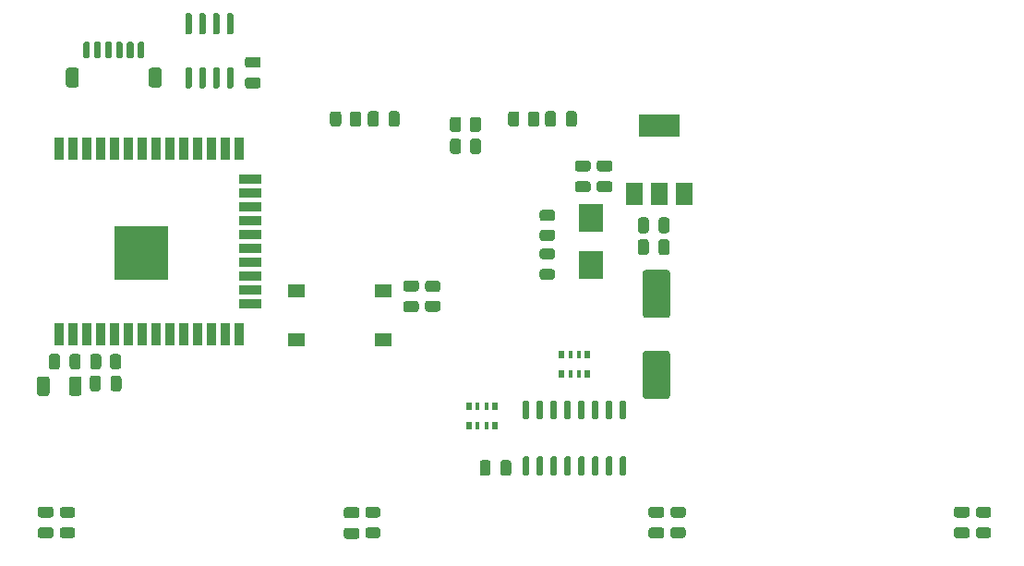
<source format=gbr>
G04 #@! TF.GenerationSoftware,KiCad,Pcbnew,(5.1.9)-1*
G04 #@! TF.CreationDate,2021-03-08T14:29:57+02:00*
G04 #@! TF.ProjectId,Voltlog ESP32 Relay Controller,566f6c74-6c6f-4672-9045-535033322052,rev?*
G04 #@! TF.SameCoordinates,Original*
G04 #@! TF.FileFunction,Paste,Top*
G04 #@! TF.FilePolarity,Positive*
%FSLAX46Y46*%
G04 Gerber Fmt 4.6, Leading zero omitted, Abs format (unit mm)*
G04 Created by KiCad (PCBNEW (5.1.9)-1) date 2021-03-08 14:29:57*
%MOMM*%
%LPD*%
G01*
G04 APERTURE LIST*
%ADD10R,0.500000X0.800000*%
%ADD11R,0.400000X0.800000*%
%ADD12R,1.500000X2.000000*%
%ADD13R,3.800000X2.000000*%
%ADD14R,0.900000X2.000000*%
%ADD15R,2.000000X0.900000*%
%ADD16R,5.000000X5.000000*%
%ADD17R,1.550000X1.300000*%
%ADD18R,2.300000X2.500000*%
G04 APERTURE END LIST*
G04 #@! TO.C,C1*
G36*
G01*
X52300000Y-93025000D02*
X52300000Y-93975000D01*
G75*
G02*
X52050000Y-94225000I-250000J0D01*
G01*
X51550000Y-94225000D01*
G75*
G02*
X51300000Y-93975000I0J250000D01*
G01*
X51300000Y-93025000D01*
G75*
G02*
X51550000Y-92775000I250000J0D01*
G01*
X52050000Y-92775000D01*
G75*
G02*
X52300000Y-93025000I0J-250000D01*
G01*
G37*
G36*
G01*
X54200000Y-93025000D02*
X54200000Y-93975000D01*
G75*
G02*
X53950000Y-94225000I-250000J0D01*
G01*
X53450000Y-94225000D01*
G75*
G02*
X53200000Y-93975000I0J250000D01*
G01*
X53200000Y-93025000D01*
G75*
G02*
X53450000Y-92775000I250000J0D01*
G01*
X53950000Y-92775000D01*
G75*
G02*
X54200000Y-93025000I0J-250000D01*
G01*
G37*
G04 #@! TD*
G04 #@! TO.C,U3*
G36*
G01*
X67755000Y-66500000D02*
X68055000Y-66500000D01*
G75*
G02*
X68205000Y-66650000I0J-150000D01*
G01*
X68205000Y-68300000D01*
G75*
G02*
X68055000Y-68450000I-150000J0D01*
G01*
X67755000Y-68450000D01*
G75*
G02*
X67605000Y-68300000I0J150000D01*
G01*
X67605000Y-66650000D01*
G75*
G02*
X67755000Y-66500000I150000J0D01*
G01*
G37*
G36*
G01*
X66485000Y-66500000D02*
X66785000Y-66500000D01*
G75*
G02*
X66935000Y-66650000I0J-150000D01*
G01*
X66935000Y-68300000D01*
G75*
G02*
X66785000Y-68450000I-150000J0D01*
G01*
X66485000Y-68450000D01*
G75*
G02*
X66335000Y-68300000I0J150000D01*
G01*
X66335000Y-66650000D01*
G75*
G02*
X66485000Y-66500000I150000J0D01*
G01*
G37*
G36*
G01*
X65215000Y-66500000D02*
X65515000Y-66500000D01*
G75*
G02*
X65665000Y-66650000I0J-150000D01*
G01*
X65665000Y-68300000D01*
G75*
G02*
X65515000Y-68450000I-150000J0D01*
G01*
X65215000Y-68450000D01*
G75*
G02*
X65065000Y-68300000I0J150000D01*
G01*
X65065000Y-66650000D01*
G75*
G02*
X65215000Y-66500000I150000J0D01*
G01*
G37*
G36*
G01*
X63945000Y-66500000D02*
X64245000Y-66500000D01*
G75*
G02*
X64395000Y-66650000I0J-150000D01*
G01*
X64395000Y-68300000D01*
G75*
G02*
X64245000Y-68450000I-150000J0D01*
G01*
X63945000Y-68450000D01*
G75*
G02*
X63795000Y-68300000I0J150000D01*
G01*
X63795000Y-66650000D01*
G75*
G02*
X63945000Y-66500000I150000J0D01*
G01*
G37*
G36*
G01*
X63945000Y-61550000D02*
X64245000Y-61550000D01*
G75*
G02*
X64395000Y-61700000I0J-150000D01*
G01*
X64395000Y-63350000D01*
G75*
G02*
X64245000Y-63500000I-150000J0D01*
G01*
X63945000Y-63500000D01*
G75*
G02*
X63795000Y-63350000I0J150000D01*
G01*
X63795000Y-61700000D01*
G75*
G02*
X63945000Y-61550000I150000J0D01*
G01*
G37*
G36*
G01*
X65215000Y-61550000D02*
X65515000Y-61550000D01*
G75*
G02*
X65665000Y-61700000I0J-150000D01*
G01*
X65665000Y-63350000D01*
G75*
G02*
X65515000Y-63500000I-150000J0D01*
G01*
X65215000Y-63500000D01*
G75*
G02*
X65065000Y-63350000I0J150000D01*
G01*
X65065000Y-61700000D01*
G75*
G02*
X65215000Y-61550000I150000J0D01*
G01*
G37*
G36*
G01*
X66485000Y-61550000D02*
X66785000Y-61550000D01*
G75*
G02*
X66935000Y-61700000I0J-150000D01*
G01*
X66935000Y-63350000D01*
G75*
G02*
X66785000Y-63500000I-150000J0D01*
G01*
X66485000Y-63500000D01*
G75*
G02*
X66335000Y-63350000I0J150000D01*
G01*
X66335000Y-61700000D01*
G75*
G02*
X66485000Y-61550000I150000J0D01*
G01*
G37*
G36*
G01*
X67755000Y-61550000D02*
X68055000Y-61550000D01*
G75*
G02*
X68205000Y-61700000I0J-150000D01*
G01*
X68205000Y-63350000D01*
G75*
G02*
X68055000Y-63500000I-150000J0D01*
G01*
X67755000Y-63500000D01*
G75*
G02*
X67605000Y-63350000I0J150000D01*
G01*
X67605000Y-61700000D01*
G75*
G02*
X67755000Y-61550000I150000J0D01*
G01*
G37*
G04 #@! TD*
G04 #@! TO.C,C17*
G36*
G01*
X70475000Y-66550000D02*
X69525000Y-66550000D01*
G75*
G02*
X69275000Y-66300000I0J250000D01*
G01*
X69275000Y-65800000D01*
G75*
G02*
X69525000Y-65550000I250000J0D01*
G01*
X70475000Y-65550000D01*
G75*
G02*
X70725000Y-65800000I0J-250000D01*
G01*
X70725000Y-66300000D01*
G75*
G02*
X70475000Y-66550000I-250000J0D01*
G01*
G37*
G36*
G01*
X70475000Y-68450000D02*
X69525000Y-68450000D01*
G75*
G02*
X69275000Y-68200000I0J250000D01*
G01*
X69275000Y-67700000D01*
G75*
G02*
X69525000Y-67450000I250000J0D01*
G01*
X70475000Y-67450000D01*
G75*
G02*
X70725000Y-67700000I0J-250000D01*
G01*
X70725000Y-68200000D01*
G75*
G02*
X70475000Y-68450000I-250000J0D01*
G01*
G37*
G04 #@! TD*
D10*
G04 #@! TO.C,RN3*
X92200000Y-97600000D03*
D11*
X91400000Y-97600000D03*
D10*
X89800000Y-97600000D03*
D11*
X90600000Y-97600000D03*
D10*
X92200000Y-99400000D03*
D11*
X90600000Y-99400000D03*
X91400000Y-99400000D03*
D10*
X89800000Y-99400000D03*
G04 #@! TD*
G04 #@! TO.C,RN1*
X98300000Y-94650000D03*
D11*
X99100000Y-94650000D03*
D10*
X100700000Y-94650000D03*
D11*
X99900000Y-94650000D03*
D10*
X98300000Y-92850000D03*
D11*
X99900000Y-92850000D03*
X99100000Y-92850000D03*
D10*
X100700000Y-92850000D03*
G04 #@! TD*
G04 #@! TO.C,U4*
G36*
G01*
X103795000Y-102200000D02*
X104095000Y-102200000D01*
G75*
G02*
X104245000Y-102350000I0J-150000D01*
G01*
X104245000Y-103800000D01*
G75*
G02*
X104095000Y-103950000I-150000J0D01*
G01*
X103795000Y-103950000D01*
G75*
G02*
X103645000Y-103800000I0J150000D01*
G01*
X103645000Y-102350000D01*
G75*
G02*
X103795000Y-102200000I150000J0D01*
G01*
G37*
G36*
G01*
X102525000Y-102200000D02*
X102825000Y-102200000D01*
G75*
G02*
X102975000Y-102350000I0J-150000D01*
G01*
X102975000Y-103800000D01*
G75*
G02*
X102825000Y-103950000I-150000J0D01*
G01*
X102525000Y-103950000D01*
G75*
G02*
X102375000Y-103800000I0J150000D01*
G01*
X102375000Y-102350000D01*
G75*
G02*
X102525000Y-102200000I150000J0D01*
G01*
G37*
G36*
G01*
X101255000Y-102200000D02*
X101555000Y-102200000D01*
G75*
G02*
X101705000Y-102350000I0J-150000D01*
G01*
X101705000Y-103800000D01*
G75*
G02*
X101555000Y-103950000I-150000J0D01*
G01*
X101255000Y-103950000D01*
G75*
G02*
X101105000Y-103800000I0J150000D01*
G01*
X101105000Y-102350000D01*
G75*
G02*
X101255000Y-102200000I150000J0D01*
G01*
G37*
G36*
G01*
X99985000Y-102200000D02*
X100285000Y-102200000D01*
G75*
G02*
X100435000Y-102350000I0J-150000D01*
G01*
X100435000Y-103800000D01*
G75*
G02*
X100285000Y-103950000I-150000J0D01*
G01*
X99985000Y-103950000D01*
G75*
G02*
X99835000Y-103800000I0J150000D01*
G01*
X99835000Y-102350000D01*
G75*
G02*
X99985000Y-102200000I150000J0D01*
G01*
G37*
G36*
G01*
X98715000Y-102200000D02*
X99015000Y-102200000D01*
G75*
G02*
X99165000Y-102350000I0J-150000D01*
G01*
X99165000Y-103800000D01*
G75*
G02*
X99015000Y-103950000I-150000J0D01*
G01*
X98715000Y-103950000D01*
G75*
G02*
X98565000Y-103800000I0J150000D01*
G01*
X98565000Y-102350000D01*
G75*
G02*
X98715000Y-102200000I150000J0D01*
G01*
G37*
G36*
G01*
X97445000Y-102200000D02*
X97745000Y-102200000D01*
G75*
G02*
X97895000Y-102350000I0J-150000D01*
G01*
X97895000Y-103800000D01*
G75*
G02*
X97745000Y-103950000I-150000J0D01*
G01*
X97445000Y-103950000D01*
G75*
G02*
X97295000Y-103800000I0J150000D01*
G01*
X97295000Y-102350000D01*
G75*
G02*
X97445000Y-102200000I150000J0D01*
G01*
G37*
G36*
G01*
X96175000Y-102200000D02*
X96475000Y-102200000D01*
G75*
G02*
X96625000Y-102350000I0J-150000D01*
G01*
X96625000Y-103800000D01*
G75*
G02*
X96475000Y-103950000I-150000J0D01*
G01*
X96175000Y-103950000D01*
G75*
G02*
X96025000Y-103800000I0J150000D01*
G01*
X96025000Y-102350000D01*
G75*
G02*
X96175000Y-102200000I150000J0D01*
G01*
G37*
G36*
G01*
X94905000Y-102200000D02*
X95205000Y-102200000D01*
G75*
G02*
X95355000Y-102350000I0J-150000D01*
G01*
X95355000Y-103800000D01*
G75*
G02*
X95205000Y-103950000I-150000J0D01*
G01*
X94905000Y-103950000D01*
G75*
G02*
X94755000Y-103800000I0J150000D01*
G01*
X94755000Y-102350000D01*
G75*
G02*
X94905000Y-102200000I150000J0D01*
G01*
G37*
G36*
G01*
X94905000Y-97050000D02*
X95205000Y-97050000D01*
G75*
G02*
X95355000Y-97200000I0J-150000D01*
G01*
X95355000Y-98650000D01*
G75*
G02*
X95205000Y-98800000I-150000J0D01*
G01*
X94905000Y-98800000D01*
G75*
G02*
X94755000Y-98650000I0J150000D01*
G01*
X94755000Y-97200000D01*
G75*
G02*
X94905000Y-97050000I150000J0D01*
G01*
G37*
G36*
G01*
X96175000Y-97050000D02*
X96475000Y-97050000D01*
G75*
G02*
X96625000Y-97200000I0J-150000D01*
G01*
X96625000Y-98650000D01*
G75*
G02*
X96475000Y-98800000I-150000J0D01*
G01*
X96175000Y-98800000D01*
G75*
G02*
X96025000Y-98650000I0J150000D01*
G01*
X96025000Y-97200000D01*
G75*
G02*
X96175000Y-97050000I150000J0D01*
G01*
G37*
G36*
G01*
X97445000Y-97050000D02*
X97745000Y-97050000D01*
G75*
G02*
X97895000Y-97200000I0J-150000D01*
G01*
X97895000Y-98650000D01*
G75*
G02*
X97745000Y-98800000I-150000J0D01*
G01*
X97445000Y-98800000D01*
G75*
G02*
X97295000Y-98650000I0J150000D01*
G01*
X97295000Y-97200000D01*
G75*
G02*
X97445000Y-97050000I150000J0D01*
G01*
G37*
G36*
G01*
X98715000Y-97050000D02*
X99015000Y-97050000D01*
G75*
G02*
X99165000Y-97200000I0J-150000D01*
G01*
X99165000Y-98650000D01*
G75*
G02*
X99015000Y-98800000I-150000J0D01*
G01*
X98715000Y-98800000D01*
G75*
G02*
X98565000Y-98650000I0J150000D01*
G01*
X98565000Y-97200000D01*
G75*
G02*
X98715000Y-97050000I150000J0D01*
G01*
G37*
G36*
G01*
X99985000Y-97050000D02*
X100285000Y-97050000D01*
G75*
G02*
X100435000Y-97200000I0J-150000D01*
G01*
X100435000Y-98650000D01*
G75*
G02*
X100285000Y-98800000I-150000J0D01*
G01*
X99985000Y-98800000D01*
G75*
G02*
X99835000Y-98650000I0J150000D01*
G01*
X99835000Y-97200000D01*
G75*
G02*
X99985000Y-97050000I150000J0D01*
G01*
G37*
G36*
G01*
X101255000Y-97050000D02*
X101555000Y-97050000D01*
G75*
G02*
X101705000Y-97200000I0J-150000D01*
G01*
X101705000Y-98650000D01*
G75*
G02*
X101555000Y-98800000I-150000J0D01*
G01*
X101255000Y-98800000D01*
G75*
G02*
X101105000Y-98650000I0J150000D01*
G01*
X101105000Y-97200000D01*
G75*
G02*
X101255000Y-97050000I150000J0D01*
G01*
G37*
G36*
G01*
X102525000Y-97050000D02*
X102825000Y-97050000D01*
G75*
G02*
X102975000Y-97200000I0J-150000D01*
G01*
X102975000Y-98650000D01*
G75*
G02*
X102825000Y-98800000I-150000J0D01*
G01*
X102525000Y-98800000D01*
G75*
G02*
X102375000Y-98650000I0J150000D01*
G01*
X102375000Y-97200000D01*
G75*
G02*
X102525000Y-97050000I150000J0D01*
G01*
G37*
G36*
G01*
X103795000Y-97050000D02*
X104095000Y-97050000D01*
G75*
G02*
X104245000Y-97200000I0J-150000D01*
G01*
X104245000Y-98650000D01*
G75*
G02*
X104095000Y-98800000I-150000J0D01*
G01*
X103795000Y-98800000D01*
G75*
G02*
X103645000Y-98650000I0J150000D01*
G01*
X103645000Y-97200000D01*
G75*
G02*
X103795000Y-97050000I150000J0D01*
G01*
G37*
G04 #@! TD*
D12*
G04 #@! TO.C,U2*
X104950000Y-78150000D03*
X109550000Y-78150000D03*
X107250000Y-78150000D03*
D13*
X107250000Y-71850000D03*
G04 #@! TD*
D14*
G04 #@! TO.C,U1*
X52245000Y-74000000D03*
X53515000Y-74000000D03*
X54785000Y-74000000D03*
X56055000Y-74000000D03*
X57325000Y-74000000D03*
X58595000Y-74000000D03*
X59865000Y-74000000D03*
X61135000Y-74000000D03*
X62405000Y-74000000D03*
X63675000Y-74000000D03*
X64945000Y-74000000D03*
X66215000Y-74000000D03*
X67485000Y-74000000D03*
X68755000Y-74000000D03*
D15*
X69755000Y-76785000D03*
X69755000Y-78055000D03*
X69755000Y-79325000D03*
X69755000Y-80595000D03*
X69755000Y-81865000D03*
X69755000Y-83135000D03*
X69755000Y-84405000D03*
X69755000Y-85675000D03*
X69755000Y-86945000D03*
X69755000Y-88215000D03*
D14*
X68755000Y-91000000D03*
X67485000Y-91000000D03*
X66215000Y-91000000D03*
X64945000Y-91000000D03*
X63675000Y-91000000D03*
X62405000Y-91000000D03*
X61135000Y-91000000D03*
X59865000Y-91000000D03*
X58595000Y-91000000D03*
X57325000Y-91000000D03*
X56055000Y-91000000D03*
X54785000Y-91000000D03*
X53515000Y-91000000D03*
X52245000Y-91000000D03*
D16*
X59745000Y-83500000D03*
G04 #@! TD*
D17*
G04 #@! TO.C,SW1*
X74020000Y-87000000D03*
X74020000Y-91500000D03*
X81980000Y-91500000D03*
X81980000Y-87000000D03*
G04 #@! TD*
G04 #@! TO.C,R7*
G36*
G01*
X97450001Y-80600000D02*
X96549999Y-80600000D01*
G75*
G02*
X96300000Y-80350001I0J249999D01*
G01*
X96300000Y-79824999D01*
G75*
G02*
X96549999Y-79575000I249999J0D01*
G01*
X97450001Y-79575000D01*
G75*
G02*
X97700000Y-79824999I0J-249999D01*
G01*
X97700000Y-80350001D01*
G75*
G02*
X97450001Y-80600000I-249999J0D01*
G01*
G37*
G36*
G01*
X97450001Y-82425000D02*
X96549999Y-82425000D01*
G75*
G02*
X96300000Y-82175001I0J249999D01*
G01*
X96300000Y-81649999D01*
G75*
G02*
X96549999Y-81400000I249999J0D01*
G01*
X97450001Y-81400000D01*
G75*
G02*
X97700000Y-81649999I0J-249999D01*
G01*
X97700000Y-82175001D01*
G75*
G02*
X97450001Y-82425000I-249999J0D01*
G01*
G37*
G04 #@! TD*
G04 #@! TO.C,R6*
G36*
G01*
X86049999Y-87900000D02*
X86950001Y-87900000D01*
G75*
G02*
X87200000Y-88149999I0J-249999D01*
G01*
X87200000Y-88675001D01*
G75*
G02*
X86950001Y-88925000I-249999J0D01*
G01*
X86049999Y-88925000D01*
G75*
G02*
X85800000Y-88675001I0J249999D01*
G01*
X85800000Y-88149999D01*
G75*
G02*
X86049999Y-87900000I249999J0D01*
G01*
G37*
G36*
G01*
X86049999Y-86075000D02*
X86950001Y-86075000D01*
G75*
G02*
X87200000Y-86324999I0J-249999D01*
G01*
X87200000Y-86850001D01*
G75*
G02*
X86950001Y-87100000I-249999J0D01*
G01*
X86049999Y-87100000D01*
G75*
G02*
X85800000Y-86850001I0J249999D01*
G01*
X85800000Y-86324999D01*
G75*
G02*
X86049999Y-86075000I249999J0D01*
G01*
G37*
G04 #@! TD*
G04 #@! TO.C,R5*
G36*
G01*
X78100000Y-70799999D02*
X78100000Y-71700001D01*
G75*
G02*
X77850001Y-71950000I-249999J0D01*
G01*
X77324999Y-71950000D01*
G75*
G02*
X77075000Y-71700001I0J249999D01*
G01*
X77075000Y-70799999D01*
G75*
G02*
X77324999Y-70550000I249999J0D01*
G01*
X77850001Y-70550000D01*
G75*
G02*
X78100000Y-70799999I0J-249999D01*
G01*
G37*
G36*
G01*
X79925000Y-70799999D02*
X79925000Y-71700001D01*
G75*
G02*
X79675001Y-71950000I-249999J0D01*
G01*
X79149999Y-71950000D01*
G75*
G02*
X78900000Y-71700001I0J249999D01*
G01*
X78900000Y-70799999D01*
G75*
G02*
X79149999Y-70550000I249999J0D01*
G01*
X79675001Y-70550000D01*
G75*
G02*
X79925000Y-70799999I0J-249999D01*
G01*
G37*
G04 #@! TD*
G04 #@! TO.C,R4*
G36*
G01*
X94437500Y-70799999D02*
X94437500Y-71700001D01*
G75*
G02*
X94187501Y-71950000I-249999J0D01*
G01*
X93662499Y-71950000D01*
G75*
G02*
X93412500Y-71700001I0J249999D01*
G01*
X93412500Y-70799999D01*
G75*
G02*
X93662499Y-70550000I249999J0D01*
G01*
X94187501Y-70550000D01*
G75*
G02*
X94437500Y-70799999I0J-249999D01*
G01*
G37*
G36*
G01*
X96262500Y-70800100D02*
X96262500Y-71699900D01*
G75*
G02*
X96012400Y-71950000I-250100J0D01*
G01*
X95487600Y-71950000D01*
G75*
G02*
X95237500Y-71699900I0J250100D01*
G01*
X95237500Y-70800100D01*
G75*
G02*
X95487600Y-70550000I250100J0D01*
G01*
X96012400Y-70550000D01*
G75*
G02*
X96262500Y-70800100I0J-250100D01*
G01*
G37*
G04 #@! TD*
G04 #@! TO.C,R3*
G36*
G01*
X89100000Y-73299999D02*
X89100000Y-74200001D01*
G75*
G02*
X88850001Y-74450000I-249999J0D01*
G01*
X88324999Y-74450000D01*
G75*
G02*
X88075000Y-74200001I0J249999D01*
G01*
X88075000Y-73299999D01*
G75*
G02*
X88324999Y-73050000I249999J0D01*
G01*
X88850001Y-73050000D01*
G75*
G02*
X89100000Y-73299999I0J-249999D01*
G01*
G37*
G36*
G01*
X90925000Y-73299999D02*
X90925000Y-74200001D01*
G75*
G02*
X90675001Y-74450000I-249999J0D01*
G01*
X90149999Y-74450000D01*
G75*
G02*
X89900000Y-74200001I0J249999D01*
G01*
X89900000Y-73299999D01*
G75*
G02*
X90149999Y-73050000I249999J0D01*
G01*
X90675001Y-73050000D01*
G75*
G02*
X90925000Y-73299999I0J-249999D01*
G01*
G37*
G04 #@! TD*
G04 #@! TO.C,R2*
G36*
G01*
X89100000Y-71299999D02*
X89100000Y-72200001D01*
G75*
G02*
X88850001Y-72450000I-249999J0D01*
G01*
X88324999Y-72450000D01*
G75*
G02*
X88075000Y-72200001I0J249999D01*
G01*
X88075000Y-71299999D01*
G75*
G02*
X88324999Y-71050000I249999J0D01*
G01*
X88850001Y-71050000D01*
G75*
G02*
X89100000Y-71299999I0J-249999D01*
G01*
G37*
G36*
G01*
X90925000Y-71299999D02*
X90925000Y-72200001D01*
G75*
G02*
X90675001Y-72450000I-249999J0D01*
G01*
X90149999Y-72450000D01*
G75*
G02*
X89900000Y-72200001I0J249999D01*
G01*
X89900000Y-71299999D01*
G75*
G02*
X90149999Y-71050000I249999J0D01*
G01*
X90675001Y-71050000D01*
G75*
G02*
X90925000Y-71299999I0J-249999D01*
G01*
G37*
G04 #@! TD*
G04 #@! TO.C,R1*
G36*
G01*
X56100000Y-93049999D02*
X56100000Y-93950001D01*
G75*
G02*
X55850001Y-94200000I-249999J0D01*
G01*
X55324999Y-94200000D01*
G75*
G02*
X55075000Y-93950001I0J249999D01*
G01*
X55075000Y-93049999D01*
G75*
G02*
X55324999Y-92800000I249999J0D01*
G01*
X55850001Y-92800000D01*
G75*
G02*
X56100000Y-93049999I0J-249999D01*
G01*
G37*
G36*
G01*
X57925000Y-93049999D02*
X57925000Y-93950001D01*
G75*
G02*
X57675001Y-94200000I-249999J0D01*
G01*
X57149999Y-94200000D01*
G75*
G02*
X56900000Y-93950001I0J249999D01*
G01*
X56900000Y-93049999D01*
G75*
G02*
X57149999Y-92800000I249999J0D01*
G01*
X57675001Y-92800000D01*
G75*
G02*
X57925000Y-93049999I0J-249999D01*
G01*
G37*
G04 #@! TD*
G04 #@! TO.C,J5*
G36*
G01*
X54050000Y-66799999D02*
X54050000Y-68100001D01*
G75*
G02*
X53800001Y-68350000I-249999J0D01*
G01*
X53099999Y-68350000D01*
G75*
G02*
X52850000Y-68100001I0J249999D01*
G01*
X52850000Y-66799999D01*
G75*
G02*
X53099999Y-66550000I249999J0D01*
G01*
X53800001Y-66550000D01*
G75*
G02*
X54050000Y-66799999I0J-249999D01*
G01*
G37*
G36*
G01*
X61650000Y-66799999D02*
X61650000Y-68100001D01*
G75*
G02*
X61400001Y-68350000I-249999J0D01*
G01*
X60699999Y-68350000D01*
G75*
G02*
X60450000Y-68100001I0J249999D01*
G01*
X60450000Y-66799999D01*
G75*
G02*
X60699999Y-66550000I249999J0D01*
G01*
X61400001Y-66550000D01*
G75*
G02*
X61650000Y-66799999I0J-249999D01*
G01*
G37*
G36*
G01*
X55050000Y-64300000D02*
X55050000Y-65550000D01*
G75*
G02*
X54900000Y-65700000I-150000J0D01*
G01*
X54600000Y-65700000D01*
G75*
G02*
X54450000Y-65550000I0J150000D01*
G01*
X54450000Y-64300000D01*
G75*
G02*
X54600000Y-64150000I150000J0D01*
G01*
X54900000Y-64150000D01*
G75*
G02*
X55050000Y-64300000I0J-150000D01*
G01*
G37*
G36*
G01*
X56050000Y-64300000D02*
X56050000Y-65550000D01*
G75*
G02*
X55900000Y-65700000I-150000J0D01*
G01*
X55600000Y-65700000D01*
G75*
G02*
X55450000Y-65550000I0J150000D01*
G01*
X55450000Y-64300000D01*
G75*
G02*
X55600000Y-64150000I150000J0D01*
G01*
X55900000Y-64150000D01*
G75*
G02*
X56050000Y-64300000I0J-150000D01*
G01*
G37*
G36*
G01*
X57050000Y-64300000D02*
X57050000Y-65550000D01*
G75*
G02*
X56900000Y-65700000I-150000J0D01*
G01*
X56600000Y-65700000D01*
G75*
G02*
X56450000Y-65550000I0J150000D01*
G01*
X56450000Y-64300000D01*
G75*
G02*
X56600000Y-64150000I150000J0D01*
G01*
X56900000Y-64150000D01*
G75*
G02*
X57050000Y-64300000I0J-150000D01*
G01*
G37*
G36*
G01*
X58050000Y-64300000D02*
X58050000Y-65550000D01*
G75*
G02*
X57900000Y-65700000I-150000J0D01*
G01*
X57600000Y-65700000D01*
G75*
G02*
X57450000Y-65550000I0J150000D01*
G01*
X57450000Y-64300000D01*
G75*
G02*
X57600000Y-64150000I150000J0D01*
G01*
X57900000Y-64150000D01*
G75*
G02*
X58050000Y-64300000I0J-150000D01*
G01*
G37*
G36*
G01*
X59050000Y-64300000D02*
X59050000Y-65550000D01*
G75*
G02*
X58900000Y-65700000I-150000J0D01*
G01*
X58600000Y-65700000D01*
G75*
G02*
X58450000Y-65550000I0J150000D01*
G01*
X58450000Y-64300000D01*
G75*
G02*
X58600000Y-64150000I150000J0D01*
G01*
X58900000Y-64150000D01*
G75*
G02*
X59050000Y-64300000I0J-150000D01*
G01*
G37*
G36*
G01*
X60050000Y-64300000D02*
X60050000Y-65550000D01*
G75*
G02*
X59900000Y-65700000I-150000J0D01*
G01*
X59600000Y-65700000D01*
G75*
G02*
X59450000Y-65550000I0J150000D01*
G01*
X59450000Y-64300000D01*
G75*
G02*
X59600000Y-64150000I150000J0D01*
G01*
X59900000Y-64150000D01*
G75*
G02*
X60050000Y-64300000I0J-150000D01*
G01*
G37*
G04 #@! TD*
G04 #@! TO.C,D6*
G36*
G01*
X52543750Y-108700000D02*
X53456250Y-108700000D01*
G75*
G02*
X53700000Y-108943750I0J-243750D01*
G01*
X53700000Y-109431250D01*
G75*
G02*
X53456250Y-109675000I-243750J0D01*
G01*
X52543750Y-109675000D01*
G75*
G02*
X52300000Y-109431250I0J243750D01*
G01*
X52300000Y-108943750D01*
G75*
G02*
X52543750Y-108700000I243750J0D01*
G01*
G37*
G36*
G01*
X52543750Y-106825000D02*
X53456250Y-106825000D01*
G75*
G02*
X53700000Y-107068750I0J-243750D01*
G01*
X53700000Y-107556250D01*
G75*
G02*
X53456250Y-107800000I-243750J0D01*
G01*
X52543750Y-107800000D01*
G75*
G02*
X52300000Y-107556250I0J243750D01*
G01*
X52300000Y-107068750D01*
G75*
G02*
X52543750Y-106825000I243750J0D01*
G01*
G37*
G04 #@! TD*
G04 #@! TO.C,D5*
G36*
G01*
X80543750Y-108700000D02*
X81456250Y-108700000D01*
G75*
G02*
X81700000Y-108943750I0J-243750D01*
G01*
X81700000Y-109431250D01*
G75*
G02*
X81456250Y-109675000I-243750J0D01*
G01*
X80543750Y-109675000D01*
G75*
G02*
X80300000Y-109431250I0J243750D01*
G01*
X80300000Y-108943750D01*
G75*
G02*
X80543750Y-108700000I243750J0D01*
G01*
G37*
G36*
G01*
X80543750Y-106825000D02*
X81456250Y-106825000D01*
G75*
G02*
X81700000Y-107068750I0J-243750D01*
G01*
X81700000Y-107556250D01*
G75*
G02*
X81456250Y-107800000I-243750J0D01*
G01*
X80543750Y-107800000D01*
G75*
G02*
X80300000Y-107556250I0J243750D01*
G01*
X80300000Y-107068750D01*
G75*
G02*
X80543750Y-106825000I243750J0D01*
G01*
G37*
G04 #@! TD*
G04 #@! TO.C,D4*
G36*
G01*
X108543750Y-108700000D02*
X109456250Y-108700000D01*
G75*
G02*
X109700000Y-108943750I0J-243750D01*
G01*
X109700000Y-109431250D01*
G75*
G02*
X109456250Y-109675000I-243750J0D01*
G01*
X108543750Y-109675000D01*
G75*
G02*
X108300000Y-109431250I0J243750D01*
G01*
X108300000Y-108943750D01*
G75*
G02*
X108543750Y-108700000I243750J0D01*
G01*
G37*
G36*
G01*
X108543750Y-106825000D02*
X109456250Y-106825000D01*
G75*
G02*
X109700000Y-107068750I0J-243750D01*
G01*
X109700000Y-107556250D01*
G75*
G02*
X109456250Y-107800000I-243750J0D01*
G01*
X108543750Y-107800000D01*
G75*
G02*
X108300000Y-107556250I0J243750D01*
G01*
X108300000Y-107068750D01*
G75*
G02*
X108543750Y-106825000I243750J0D01*
G01*
G37*
G04 #@! TD*
G04 #@! TO.C,D3*
G36*
G01*
X136543750Y-108700000D02*
X137456250Y-108700000D01*
G75*
G02*
X137700000Y-108943750I0J-243750D01*
G01*
X137700000Y-109431250D01*
G75*
G02*
X137456250Y-109675000I-243750J0D01*
G01*
X136543750Y-109675000D01*
G75*
G02*
X136300000Y-109431250I0J243750D01*
G01*
X136300000Y-108943750D01*
G75*
G02*
X136543750Y-108700000I243750J0D01*
G01*
G37*
G36*
G01*
X136543750Y-106825000D02*
X137456250Y-106825000D01*
G75*
G02*
X137700000Y-107068750I0J-243750D01*
G01*
X137700000Y-107556250D01*
G75*
G02*
X137456250Y-107800000I-243750J0D01*
G01*
X136543750Y-107800000D01*
G75*
G02*
X136300000Y-107556250I0J243750D01*
G01*
X136300000Y-107068750D01*
G75*
G02*
X136543750Y-106825000I243750J0D01*
G01*
G37*
G04 #@! TD*
G04 #@! TO.C,D2*
G36*
G01*
X96543750Y-85012500D02*
X97456250Y-85012500D01*
G75*
G02*
X97700000Y-85256250I0J-243750D01*
G01*
X97700000Y-85743750D01*
G75*
G02*
X97456250Y-85987500I-243750J0D01*
G01*
X96543750Y-85987500D01*
G75*
G02*
X96300000Y-85743750I0J243750D01*
G01*
X96300000Y-85256250D01*
G75*
G02*
X96543750Y-85012500I243750J0D01*
G01*
G37*
G36*
G01*
X96543750Y-83137500D02*
X97456250Y-83137500D01*
G75*
G02*
X97700000Y-83381250I0J-243750D01*
G01*
X97700000Y-83868750D01*
G75*
G02*
X97456250Y-84112500I-243750J0D01*
G01*
X96543750Y-84112500D01*
G75*
G02*
X96300000Y-83868750I0J243750D01*
G01*
X96300000Y-83381250D01*
G75*
G02*
X96543750Y-83137500I243750J0D01*
G01*
G37*
G04 #@! TD*
D18*
G04 #@! TO.C,D1*
X101000000Y-80350000D03*
X101000000Y-84650000D03*
G04 #@! TD*
G04 #@! TO.C,C16*
G36*
G01*
X50525000Y-108700000D02*
X51475000Y-108700000D01*
G75*
G02*
X51725000Y-108950000I0J-250000D01*
G01*
X51725000Y-109450000D01*
G75*
G02*
X51475000Y-109700000I-250000J0D01*
G01*
X50525000Y-109700000D01*
G75*
G02*
X50275000Y-109450000I0J250000D01*
G01*
X50275000Y-108950000D01*
G75*
G02*
X50525000Y-108700000I250000J0D01*
G01*
G37*
G36*
G01*
X50525000Y-106800000D02*
X51475000Y-106800000D01*
G75*
G02*
X51725000Y-107050000I0J-250000D01*
G01*
X51725000Y-107550000D01*
G75*
G02*
X51475000Y-107800000I-250000J0D01*
G01*
X50525000Y-107800000D01*
G75*
G02*
X50275000Y-107550000I0J250000D01*
G01*
X50275000Y-107050000D01*
G75*
G02*
X50525000Y-106800000I250000J0D01*
G01*
G37*
G04 #@! TD*
G04 #@! TO.C,C15*
G36*
G01*
X78575000Y-108750000D02*
X79525000Y-108750000D01*
G75*
G02*
X79775000Y-109000000I0J-250000D01*
G01*
X79775000Y-109500000D01*
G75*
G02*
X79525000Y-109750000I-250000J0D01*
G01*
X78575000Y-109750000D01*
G75*
G02*
X78325000Y-109500000I0J250000D01*
G01*
X78325000Y-109000000D01*
G75*
G02*
X78575000Y-108750000I250000J0D01*
G01*
G37*
G36*
G01*
X78575000Y-106850000D02*
X79525000Y-106850000D01*
G75*
G02*
X79775000Y-107100000I0J-250000D01*
G01*
X79775000Y-107600000D01*
G75*
G02*
X79525000Y-107850000I-250000J0D01*
G01*
X78575000Y-107850000D01*
G75*
G02*
X78325000Y-107600000I0J250000D01*
G01*
X78325000Y-107100000D01*
G75*
G02*
X78575000Y-106850000I250000J0D01*
G01*
G37*
G04 #@! TD*
G04 #@! TO.C,C14*
G36*
G01*
X106525000Y-108700000D02*
X107475000Y-108700000D01*
G75*
G02*
X107725000Y-108950000I0J-250000D01*
G01*
X107725000Y-109450000D01*
G75*
G02*
X107475000Y-109700000I-250000J0D01*
G01*
X106525000Y-109700000D01*
G75*
G02*
X106275000Y-109450000I0J250000D01*
G01*
X106275000Y-108950000D01*
G75*
G02*
X106525000Y-108700000I250000J0D01*
G01*
G37*
G36*
G01*
X106525000Y-106800000D02*
X107475000Y-106800000D01*
G75*
G02*
X107725000Y-107050000I0J-250000D01*
G01*
X107725000Y-107550000D01*
G75*
G02*
X107475000Y-107800000I-250000J0D01*
G01*
X106525000Y-107800000D01*
G75*
G02*
X106275000Y-107550000I0J250000D01*
G01*
X106275000Y-107050000D01*
G75*
G02*
X106525000Y-106800000I250000J0D01*
G01*
G37*
G04 #@! TD*
G04 #@! TO.C,C13*
G36*
G01*
X134525000Y-108700000D02*
X135475000Y-108700000D01*
G75*
G02*
X135725000Y-108950000I0J-250000D01*
G01*
X135725000Y-109450000D01*
G75*
G02*
X135475000Y-109700000I-250000J0D01*
G01*
X134525000Y-109700000D01*
G75*
G02*
X134275000Y-109450000I0J250000D01*
G01*
X134275000Y-108950000D01*
G75*
G02*
X134525000Y-108700000I250000J0D01*
G01*
G37*
G36*
G01*
X134525000Y-106800000D02*
X135475000Y-106800000D01*
G75*
G02*
X135725000Y-107050000I0J-250000D01*
G01*
X135725000Y-107550000D01*
G75*
G02*
X135475000Y-107800000I-250000J0D01*
G01*
X134525000Y-107800000D01*
G75*
G02*
X134275000Y-107550000I0J250000D01*
G01*
X134275000Y-107050000D01*
G75*
G02*
X134525000Y-106800000I250000J0D01*
G01*
G37*
G04 #@! TD*
G04 #@! TO.C,C12*
G36*
G01*
X91800000Y-102775000D02*
X91800000Y-103725000D01*
G75*
G02*
X91550000Y-103975000I-250000J0D01*
G01*
X91050000Y-103975000D01*
G75*
G02*
X90800000Y-103725000I0J250000D01*
G01*
X90800000Y-102775000D01*
G75*
G02*
X91050000Y-102525000I250000J0D01*
G01*
X91550000Y-102525000D01*
G75*
G02*
X91800000Y-102775000I0J-250000D01*
G01*
G37*
G36*
G01*
X93700000Y-102775000D02*
X93700000Y-103725000D01*
G75*
G02*
X93450000Y-103975000I-250000J0D01*
G01*
X92950000Y-103975000D01*
G75*
G02*
X92700000Y-103725000I0J250000D01*
G01*
X92700000Y-102775000D01*
G75*
G02*
X92950000Y-102525000I250000J0D01*
G01*
X93450000Y-102525000D01*
G75*
G02*
X93700000Y-102775000I0J-250000D01*
G01*
G37*
G04 #@! TD*
G04 #@! TO.C,C11*
G36*
G01*
X99775000Y-76950000D02*
X100725000Y-76950000D01*
G75*
G02*
X100975000Y-77200000I0J-250000D01*
G01*
X100975000Y-77700000D01*
G75*
G02*
X100725000Y-77950000I-250000J0D01*
G01*
X99775000Y-77950000D01*
G75*
G02*
X99525000Y-77700000I0J250000D01*
G01*
X99525000Y-77200000D01*
G75*
G02*
X99775000Y-76950000I250000J0D01*
G01*
G37*
G36*
G01*
X99775000Y-75050000D02*
X100725000Y-75050000D01*
G75*
G02*
X100975000Y-75300000I0J-250000D01*
G01*
X100975000Y-75800000D01*
G75*
G02*
X100725000Y-76050000I-250000J0D01*
G01*
X99775000Y-76050000D01*
G75*
G02*
X99525000Y-75800000I0J250000D01*
G01*
X99525000Y-75300000D01*
G75*
G02*
X99775000Y-75050000I250000J0D01*
G01*
G37*
G04 #@! TD*
G04 #@! TO.C,C10*
G36*
G01*
X84975000Y-87050000D02*
X84025000Y-87050000D01*
G75*
G02*
X83775000Y-86800000I0J250000D01*
G01*
X83775000Y-86300000D01*
G75*
G02*
X84025000Y-86050000I250000J0D01*
G01*
X84975000Y-86050000D01*
G75*
G02*
X85225000Y-86300000I0J-250000D01*
G01*
X85225000Y-86800000D01*
G75*
G02*
X84975000Y-87050000I-250000J0D01*
G01*
G37*
G36*
G01*
X84975000Y-88950000D02*
X84025000Y-88950000D01*
G75*
G02*
X83775000Y-88700000I0J250000D01*
G01*
X83775000Y-88200000D01*
G75*
G02*
X84025000Y-87950000I250000J0D01*
G01*
X84975000Y-87950000D01*
G75*
G02*
X85225000Y-88200000I0J-250000D01*
G01*
X85225000Y-88700000D01*
G75*
G02*
X84975000Y-88950000I-250000J0D01*
G01*
G37*
G04 #@! TD*
G04 #@! TO.C,C9*
G36*
G01*
X101775000Y-76950000D02*
X102725000Y-76950000D01*
G75*
G02*
X102975000Y-77200000I0J-250000D01*
G01*
X102975000Y-77700000D01*
G75*
G02*
X102725000Y-77950000I-250000J0D01*
G01*
X101775000Y-77950000D01*
G75*
G02*
X101525000Y-77700000I0J250000D01*
G01*
X101525000Y-77200000D01*
G75*
G02*
X101775000Y-76950000I250000J0D01*
G01*
G37*
G36*
G01*
X101775000Y-75050000D02*
X102725000Y-75050000D01*
G75*
G02*
X102975000Y-75300000I0J-250000D01*
G01*
X102975000Y-75800000D01*
G75*
G02*
X102725000Y-76050000I-250000J0D01*
G01*
X101775000Y-76050000D01*
G75*
G02*
X101525000Y-75800000I0J250000D01*
G01*
X101525000Y-75300000D01*
G75*
G02*
X101775000Y-75050000I250000J0D01*
G01*
G37*
G04 #@! TD*
G04 #@! TO.C,C8*
G36*
G01*
X106300000Y-80525000D02*
X106300000Y-81475000D01*
G75*
G02*
X106050000Y-81725000I-250000J0D01*
G01*
X105550000Y-81725000D01*
G75*
G02*
X105300000Y-81475000I0J250000D01*
G01*
X105300000Y-80525000D01*
G75*
G02*
X105550000Y-80275000I250000J0D01*
G01*
X106050000Y-80275000D01*
G75*
G02*
X106300000Y-80525000I0J-250000D01*
G01*
G37*
G36*
G01*
X108200000Y-80525000D02*
X108200000Y-81475000D01*
G75*
G02*
X107950000Y-81725000I-250000J0D01*
G01*
X107450000Y-81725000D01*
G75*
G02*
X107200000Y-81475000I0J250000D01*
G01*
X107200000Y-80525000D01*
G75*
G02*
X107450000Y-80275000I250000J0D01*
G01*
X107950000Y-80275000D01*
G75*
G02*
X108200000Y-80525000I0J-250000D01*
G01*
G37*
G04 #@! TD*
G04 #@! TO.C,C7*
G36*
G01*
X106300000Y-82525000D02*
X106300000Y-83475000D01*
G75*
G02*
X106050000Y-83725000I-250000J0D01*
G01*
X105550000Y-83725000D01*
G75*
G02*
X105300000Y-83475000I0J250000D01*
G01*
X105300000Y-82525000D01*
G75*
G02*
X105550000Y-82275000I250000J0D01*
G01*
X106050000Y-82275000D01*
G75*
G02*
X106300000Y-82525000I0J-250000D01*
G01*
G37*
G36*
G01*
X108200000Y-82525000D02*
X108200000Y-83475000D01*
G75*
G02*
X107950000Y-83725000I-250000J0D01*
G01*
X107450000Y-83725000D01*
G75*
G02*
X107200000Y-83475000I0J250000D01*
G01*
X107200000Y-82525000D01*
G75*
G02*
X107450000Y-82275000I250000J0D01*
G01*
X107950000Y-82275000D01*
G75*
G02*
X108200000Y-82525000I0J-250000D01*
G01*
G37*
G04 #@! TD*
G04 #@! TO.C,C6*
G36*
G01*
X82450000Y-71725000D02*
X82450000Y-70775000D01*
G75*
G02*
X82700000Y-70525000I250000J0D01*
G01*
X83200000Y-70525000D01*
G75*
G02*
X83450000Y-70775000I0J-250000D01*
G01*
X83450000Y-71725000D01*
G75*
G02*
X83200000Y-71975000I-250000J0D01*
G01*
X82700000Y-71975000D01*
G75*
G02*
X82450000Y-71725000I0J250000D01*
G01*
G37*
G36*
G01*
X80550000Y-71725000D02*
X80550000Y-70775000D01*
G75*
G02*
X80800000Y-70525000I250000J0D01*
G01*
X81300000Y-70525000D01*
G75*
G02*
X81550000Y-70775000I0J-250000D01*
G01*
X81550000Y-71725000D01*
G75*
G02*
X81300000Y-71975000I-250000J0D01*
G01*
X80800000Y-71975000D01*
G75*
G02*
X80550000Y-71725000I0J250000D01*
G01*
G37*
G04 #@! TD*
G04 #@! TO.C,C5*
G36*
G01*
X98700000Y-71725000D02*
X98700000Y-70775000D01*
G75*
G02*
X98950000Y-70525000I250000J0D01*
G01*
X99450000Y-70525000D01*
G75*
G02*
X99700000Y-70775000I0J-250000D01*
G01*
X99700000Y-71725000D01*
G75*
G02*
X99450000Y-71975000I-250000J0D01*
G01*
X98950000Y-71975000D01*
G75*
G02*
X98700000Y-71725000I0J250000D01*
G01*
G37*
G36*
G01*
X96800000Y-71725000D02*
X96800000Y-70775000D01*
G75*
G02*
X97050000Y-70525000I250000J0D01*
G01*
X97550000Y-70525000D01*
G75*
G02*
X97800000Y-70775000I0J-250000D01*
G01*
X97800000Y-71725000D01*
G75*
G02*
X97550000Y-71975000I-250000J0D01*
G01*
X97050000Y-71975000D01*
G75*
G02*
X96800000Y-71725000I0J250000D01*
G01*
G37*
G04 #@! TD*
G04 #@! TO.C,C4*
G36*
G01*
X106000000Y-92500000D02*
X108000000Y-92500000D01*
G75*
G02*
X108250000Y-92750000I0J-250000D01*
G01*
X108250000Y-96650000D01*
G75*
G02*
X108000000Y-96900000I-250000J0D01*
G01*
X106000000Y-96900000D01*
G75*
G02*
X105750000Y-96650000I0J250000D01*
G01*
X105750000Y-92750000D01*
G75*
G02*
X106000000Y-92500000I250000J0D01*
G01*
G37*
G36*
G01*
X106000000Y-85100000D02*
X108000000Y-85100000D01*
G75*
G02*
X108250000Y-85350000I0J-250000D01*
G01*
X108250000Y-89250000D01*
G75*
G02*
X108000000Y-89500000I-250000J0D01*
G01*
X106000000Y-89500000D01*
G75*
G02*
X105750000Y-89250000I0J250000D01*
G01*
X105750000Y-85350000D01*
G75*
G02*
X106000000Y-85100000I250000J0D01*
G01*
G37*
G04 #@! TD*
G04 #@! TO.C,C3*
G36*
G01*
X51350000Y-95099999D02*
X51350000Y-96400001D01*
G75*
G02*
X51100001Y-96650000I-249999J0D01*
G01*
X50449999Y-96650000D01*
G75*
G02*
X50200000Y-96400001I0J249999D01*
G01*
X50200000Y-95099999D01*
G75*
G02*
X50449999Y-94850000I249999J0D01*
G01*
X51100001Y-94850000D01*
G75*
G02*
X51350000Y-95099999I0J-249999D01*
G01*
G37*
G36*
G01*
X54300000Y-95099999D02*
X54300000Y-96400001D01*
G75*
G02*
X54050001Y-96650000I-249999J0D01*
G01*
X53399999Y-96650000D01*
G75*
G02*
X53150000Y-96400001I0J249999D01*
G01*
X53150000Y-95099999D01*
G75*
G02*
X53399999Y-94850000I249999J0D01*
G01*
X54050001Y-94850000D01*
G75*
G02*
X54300000Y-95099999I0J-249999D01*
G01*
G37*
G04 #@! TD*
G04 #@! TO.C,C2*
G36*
G01*
X56950000Y-95975000D02*
X56950000Y-95025000D01*
G75*
G02*
X57200000Y-94775000I250000J0D01*
G01*
X57700000Y-94775000D01*
G75*
G02*
X57950000Y-95025000I0J-250000D01*
G01*
X57950000Y-95975000D01*
G75*
G02*
X57700000Y-96225000I-250000J0D01*
G01*
X57200000Y-96225000D01*
G75*
G02*
X56950000Y-95975000I0J250000D01*
G01*
G37*
G36*
G01*
X55050000Y-95975000D02*
X55050000Y-95025000D01*
G75*
G02*
X55300000Y-94775000I250000J0D01*
G01*
X55800000Y-94775000D01*
G75*
G02*
X56050000Y-95025000I0J-250000D01*
G01*
X56050000Y-95975000D01*
G75*
G02*
X55800000Y-96225000I-250000J0D01*
G01*
X55300000Y-96225000D01*
G75*
G02*
X55050000Y-95975000I0J250000D01*
G01*
G37*
G04 #@! TD*
M02*

</source>
